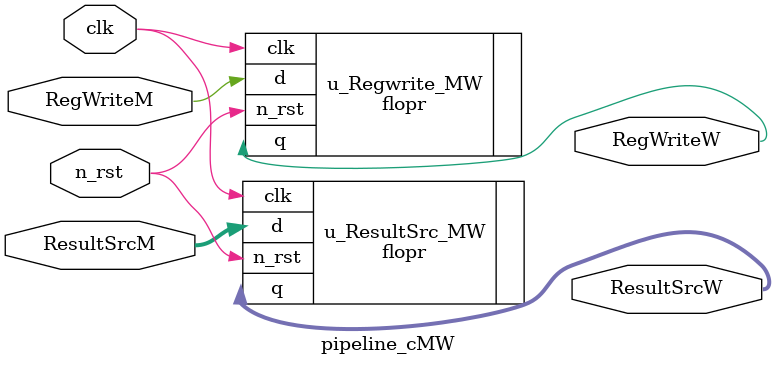
<source format=v>
module pipeline_cMW(
    clk,
    n_rst,
    RegWriteM,
    ResultSrcM,
    // output 
    RegWriteW,
    ResultSrcW
);
parameter   RESET_PC = 32'h1000_0000;

input clk, n_rst;
input RegWriteM;
input [1:0] ResultSrcM;

output RegWriteW;
output [1:0] ResultSrcW;

flopr # (
        .RESET_VALUE (0),
        .WIDTH(1)
) u_Regwrite_MW(
        .clk(clk),
        .n_rst(n_rst),
        // .clr(1'b0),
        .d(RegWriteM),
        .q(RegWriteW)
    );

flopr # (
        .RESET_VALUE (0),
        .WIDTH(2)
) u_ResultSrc_MW(
        .clk(clk),
        .n_rst(n_rst),
        // .clr(1'b0),
        .d(ResultSrcM),
        .q(ResultSrcW)
    );

endmodule
</source>
